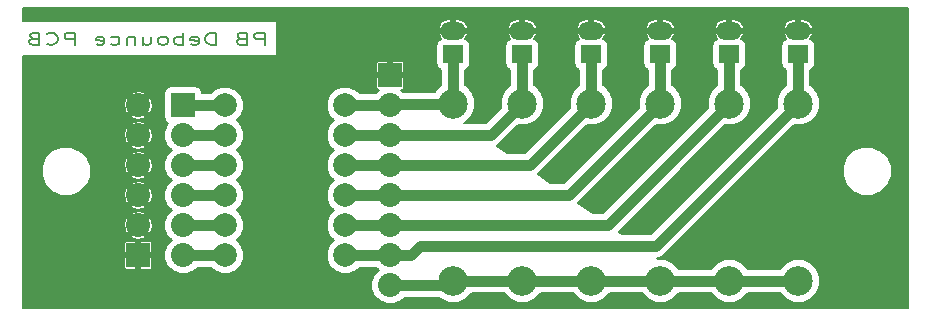
<source format=gbr>
G04 #@! TF.FileFunction,Copper,L2,Bot,Mixed*
%FSLAX46Y46*%
G04 Gerber Fmt 4.6, Leading zero omitted, Abs format (unit mm)*
G04 Created by KiCad (PCBNEW 0.201601262101+6516~42~ubuntu15.10.1-product) date Wed 27 Jan 2016 03:09:02 PM CET*
%MOMM*%
G01*
G04 APERTURE LIST*
%ADD10C,0.020000*%
%ADD11C,0.200000*%
%ADD12C,2.500000*%
%ADD13C,1.998980*%
%ADD14R,1.700000X1.490000*%
%ADD15O,2.200000X1.490000*%
%ADD16R,2.032000X2.032000*%
%ADD17C,2.032000*%
%ADD18C,0.900000*%
%ADD19C,0.150000*%
G04 APERTURE END LIST*
D10*
D11*
X97304571Y-110688381D02*
X97304571Y-109688381D01*
X96733143Y-109688381D01*
X96590285Y-109736000D01*
X96518857Y-109783619D01*
X96447428Y-109878857D01*
X96447428Y-110021714D01*
X96518857Y-110116952D01*
X96590285Y-110164571D01*
X96733143Y-110212190D01*
X97304571Y-110212190D01*
X95304571Y-110164571D02*
X95090285Y-110212190D01*
X95018857Y-110259810D01*
X94947428Y-110355048D01*
X94947428Y-110497905D01*
X95018857Y-110593143D01*
X95090285Y-110640762D01*
X95233143Y-110688381D01*
X95804571Y-110688381D01*
X95804571Y-109688381D01*
X95304571Y-109688381D01*
X95161714Y-109736000D01*
X95090285Y-109783619D01*
X95018857Y-109878857D01*
X95018857Y-109974095D01*
X95090285Y-110069333D01*
X95161714Y-110116952D01*
X95304571Y-110164571D01*
X95804571Y-110164571D01*
X93161714Y-110688381D02*
X93161714Y-109688381D01*
X92804571Y-109688381D01*
X92590286Y-109736000D01*
X92447428Y-109831238D01*
X92376000Y-109926476D01*
X92304571Y-110116952D01*
X92304571Y-110259810D01*
X92376000Y-110450286D01*
X92447428Y-110545524D01*
X92590286Y-110640762D01*
X92804571Y-110688381D01*
X93161714Y-110688381D01*
X91090286Y-110640762D02*
X91233143Y-110688381D01*
X91518857Y-110688381D01*
X91661714Y-110640762D01*
X91733143Y-110545524D01*
X91733143Y-110164571D01*
X91661714Y-110069333D01*
X91518857Y-110021714D01*
X91233143Y-110021714D01*
X91090286Y-110069333D01*
X91018857Y-110164571D01*
X91018857Y-110259810D01*
X91733143Y-110355048D01*
X90376000Y-110688381D02*
X90376000Y-109688381D01*
X90376000Y-110069333D02*
X90233143Y-110021714D01*
X89947429Y-110021714D01*
X89804572Y-110069333D01*
X89733143Y-110116952D01*
X89661714Y-110212190D01*
X89661714Y-110497905D01*
X89733143Y-110593143D01*
X89804572Y-110640762D01*
X89947429Y-110688381D01*
X90233143Y-110688381D01*
X90376000Y-110640762D01*
X88804571Y-110688381D02*
X88947429Y-110640762D01*
X89018857Y-110593143D01*
X89090286Y-110497905D01*
X89090286Y-110212190D01*
X89018857Y-110116952D01*
X88947429Y-110069333D01*
X88804571Y-110021714D01*
X88590286Y-110021714D01*
X88447429Y-110069333D01*
X88376000Y-110116952D01*
X88304571Y-110212190D01*
X88304571Y-110497905D01*
X88376000Y-110593143D01*
X88447429Y-110640762D01*
X88590286Y-110688381D01*
X88804571Y-110688381D01*
X87018857Y-110021714D02*
X87018857Y-110688381D01*
X87661714Y-110021714D02*
X87661714Y-110545524D01*
X87590286Y-110640762D01*
X87447428Y-110688381D01*
X87233143Y-110688381D01*
X87090286Y-110640762D01*
X87018857Y-110593143D01*
X86304571Y-110021714D02*
X86304571Y-110688381D01*
X86304571Y-110116952D02*
X86233143Y-110069333D01*
X86090285Y-110021714D01*
X85876000Y-110021714D01*
X85733143Y-110069333D01*
X85661714Y-110164571D01*
X85661714Y-110688381D01*
X84304571Y-110640762D02*
X84447428Y-110688381D01*
X84733142Y-110688381D01*
X84876000Y-110640762D01*
X84947428Y-110593143D01*
X85018857Y-110497905D01*
X85018857Y-110212190D01*
X84947428Y-110116952D01*
X84876000Y-110069333D01*
X84733142Y-110021714D01*
X84447428Y-110021714D01*
X84304571Y-110069333D01*
X83090286Y-110640762D02*
X83233143Y-110688381D01*
X83518857Y-110688381D01*
X83661714Y-110640762D01*
X83733143Y-110545524D01*
X83733143Y-110164571D01*
X83661714Y-110069333D01*
X83518857Y-110021714D01*
X83233143Y-110021714D01*
X83090286Y-110069333D01*
X83018857Y-110164571D01*
X83018857Y-110259810D01*
X83733143Y-110355048D01*
X81233143Y-110688381D02*
X81233143Y-109688381D01*
X80661715Y-109688381D01*
X80518857Y-109736000D01*
X80447429Y-109783619D01*
X80376000Y-109878857D01*
X80376000Y-110021714D01*
X80447429Y-110116952D01*
X80518857Y-110164571D01*
X80661715Y-110212190D01*
X81233143Y-110212190D01*
X78876000Y-110593143D02*
X78947429Y-110640762D01*
X79161715Y-110688381D01*
X79304572Y-110688381D01*
X79518857Y-110640762D01*
X79661715Y-110545524D01*
X79733143Y-110450286D01*
X79804572Y-110259810D01*
X79804572Y-110116952D01*
X79733143Y-109926476D01*
X79661715Y-109831238D01*
X79518857Y-109736000D01*
X79304572Y-109688381D01*
X79161715Y-109688381D01*
X78947429Y-109736000D01*
X78876000Y-109783619D01*
X77733143Y-110164571D02*
X77518857Y-110212190D01*
X77447429Y-110259810D01*
X77376000Y-110355048D01*
X77376000Y-110497905D01*
X77447429Y-110593143D01*
X77518857Y-110640762D01*
X77661715Y-110688381D01*
X78233143Y-110688381D01*
X78233143Y-109688381D01*
X77733143Y-109688381D01*
X77590286Y-109736000D01*
X77518857Y-109783619D01*
X77447429Y-109878857D01*
X77447429Y-109974095D01*
X77518857Y-110069333D01*
X77590286Y-110116952D01*
X77733143Y-110164571D01*
X78233143Y-110164571D01*
D12*
X142494000Y-130690000D03*
X142494000Y-115690000D03*
X113284000Y-130690000D03*
X113284000Y-115690000D03*
X119126000Y-130690000D03*
X119126000Y-115690000D03*
X124968000Y-130690000D03*
X124968000Y-115690000D03*
X130810000Y-130690000D03*
X130810000Y-115690000D03*
X136652000Y-130690000D03*
X136652000Y-115690000D03*
D13*
X104140000Y-115824000D03*
X93980000Y-115824000D03*
X104140000Y-128524000D03*
X93980000Y-128524000D03*
X104140000Y-118364000D03*
X93980000Y-118364000D03*
X104140000Y-120904000D03*
X93980000Y-120904000D03*
X104140000Y-123444000D03*
X93980000Y-123444000D03*
X104140000Y-125984000D03*
X93980000Y-125984000D03*
D14*
X142494000Y-111506000D03*
D15*
X142494000Y-109506000D03*
D14*
X119126000Y-111506000D03*
D15*
X119126000Y-109506000D03*
D14*
X124968000Y-111506000D03*
D15*
X124968000Y-109506000D03*
D14*
X130810000Y-111506000D03*
D15*
X130810000Y-109506000D03*
D14*
X136652000Y-111506000D03*
D15*
X136652000Y-109506000D03*
D14*
X113284000Y-111506000D03*
D15*
X113284000Y-109506000D03*
D16*
X90424000Y-115824000D03*
D17*
X90424000Y-118364000D03*
X90424000Y-120904000D03*
X90424000Y-123444000D03*
X90424000Y-125984000D03*
X90424000Y-128524000D03*
D16*
X86614000Y-128524000D03*
D17*
X86614000Y-125984000D03*
X86614000Y-123444000D03*
X86614000Y-120904000D03*
X86614000Y-118364000D03*
X86614000Y-115824000D03*
D16*
X107950000Y-113284000D03*
D17*
X107950000Y-115824000D03*
X107950000Y-118364000D03*
X107950000Y-120904000D03*
X107950000Y-123444000D03*
X107950000Y-125984000D03*
X107950000Y-128524000D03*
X107950000Y-131064000D03*
D18*
X124968000Y-130690000D02*
X130810000Y-130690000D01*
X119126000Y-130690000D02*
X124968000Y-130690000D01*
X119126000Y-130690000D02*
X113284000Y-130690000D01*
X136652000Y-130690000D02*
X130810000Y-130690000D01*
X142494000Y-130690000D02*
X136652000Y-130690000D01*
X107950000Y-131064000D02*
X112910000Y-131064000D01*
X112910000Y-131064000D02*
X113284000Y-130690000D01*
X107950000Y-118364000D02*
X104140000Y-118364000D01*
X119126000Y-111506000D02*
X119126000Y-115690000D01*
X107950000Y-118364000D02*
X116452000Y-118364000D01*
X116452000Y-118364000D02*
X119126000Y-115690000D01*
X104140000Y-120904000D02*
X107950000Y-120904000D01*
X124968000Y-111506000D02*
X124968000Y-115690000D01*
X107950000Y-120904000D02*
X119754000Y-120904000D01*
X119754000Y-120904000D02*
X124968000Y-115690000D01*
X107950000Y-128524000D02*
X109728000Y-128524000D01*
X130422000Y-127762000D02*
X142494000Y-115690000D01*
X110490000Y-127762000D02*
X130422000Y-127762000D01*
X109728000Y-128524000D02*
X110490000Y-127762000D01*
X104140000Y-128524000D02*
X107950000Y-128524000D01*
X142494000Y-111506000D02*
X142494000Y-115690000D01*
X113284000Y-111506000D02*
X113284000Y-115690000D01*
X107950000Y-115824000D02*
X104140000Y-115824000D01*
X113284000Y-115690000D02*
X108084000Y-115690000D01*
X108084000Y-115690000D02*
X107950000Y-115824000D01*
X104140000Y-123444000D02*
X107950000Y-123444000D01*
X130810000Y-111506000D02*
X130810000Y-115690000D01*
X104140000Y-123444000D02*
X104648000Y-123444000D01*
X107950000Y-123444000D02*
X123056000Y-123444000D01*
X123056000Y-123444000D02*
X130810000Y-115690000D01*
X104140000Y-125984000D02*
X107950000Y-125984000D01*
X136652000Y-111506000D02*
X136652000Y-115690000D01*
X107950000Y-125984000D02*
X126358000Y-125984000D01*
X126358000Y-125984000D02*
X136652000Y-115690000D01*
X90424000Y-115824000D02*
X93980000Y-115824000D01*
X93980000Y-118364000D02*
X90424000Y-118364000D01*
X93980000Y-118364000D02*
X93472000Y-118364000D01*
X90424000Y-120904000D02*
X93980000Y-120904000D01*
X93980000Y-123444000D02*
X90424000Y-123444000D01*
X93726000Y-123190000D02*
X93980000Y-123444000D01*
X90424000Y-125984000D02*
X93980000Y-125984000D01*
X93980000Y-128524000D02*
X90424000Y-128524000D01*
D19*
G36*
X151742000Y-132946000D02*
X76858000Y-132946000D01*
X76858000Y-128748750D01*
X85415000Y-128748750D01*
X85415000Y-129576401D01*
X85442860Y-129643661D01*
X85494339Y-129695140D01*
X85561599Y-129723000D01*
X86389250Y-129723000D01*
X86435000Y-129677250D01*
X86435000Y-128703000D01*
X86793000Y-128703000D01*
X86793000Y-129677250D01*
X86838750Y-129723000D01*
X87666401Y-129723000D01*
X87733661Y-129695140D01*
X87785140Y-129643661D01*
X87813000Y-129576401D01*
X87813000Y-128748750D01*
X87767250Y-128703000D01*
X86793000Y-128703000D01*
X86435000Y-128703000D01*
X85460750Y-128703000D01*
X85415000Y-128748750D01*
X76858000Y-128748750D01*
X76858000Y-127471599D01*
X85415000Y-127471599D01*
X85415000Y-128299250D01*
X85460750Y-128345000D01*
X86435000Y-128345000D01*
X86435000Y-127370750D01*
X86793000Y-127370750D01*
X86793000Y-128345000D01*
X87767250Y-128345000D01*
X87813000Y-128299250D01*
X87813000Y-127471599D01*
X87785140Y-127404339D01*
X87733661Y-127352860D01*
X87666401Y-127325000D01*
X86838750Y-127325000D01*
X86793000Y-127370750D01*
X86435000Y-127370750D01*
X86389250Y-127325000D01*
X85561599Y-127325000D01*
X85494339Y-127352860D01*
X85442860Y-127404339D01*
X85415000Y-127471599D01*
X76858000Y-127471599D01*
X76858000Y-126932970D01*
X85918174Y-126932970D01*
X86047997Y-127067570D01*
X86505745Y-127201688D01*
X86979975Y-127150424D01*
X87180003Y-127067570D01*
X87309826Y-126932970D01*
X86614000Y-126237144D01*
X85918174Y-126932970D01*
X76858000Y-126932970D01*
X76858000Y-125875745D01*
X85396312Y-125875745D01*
X85447576Y-126349975D01*
X85530430Y-126550003D01*
X85665030Y-126679826D01*
X86360856Y-125984000D01*
X86867144Y-125984000D01*
X87562970Y-126679826D01*
X87697570Y-126550003D01*
X87831688Y-126092255D01*
X87780424Y-125618025D01*
X87697570Y-125417997D01*
X87562970Y-125288174D01*
X86867144Y-125984000D01*
X86360856Y-125984000D01*
X85665030Y-125288174D01*
X85530430Y-125417997D01*
X85396312Y-125875745D01*
X76858000Y-125875745D01*
X76858000Y-125035030D01*
X85918174Y-125035030D01*
X86614000Y-125730856D01*
X87309826Y-125035030D01*
X87180003Y-124900430D01*
X86722255Y-124766312D01*
X86248025Y-124817576D01*
X86047997Y-124900430D01*
X85918174Y-125035030D01*
X76858000Y-125035030D01*
X76858000Y-124392970D01*
X85918174Y-124392970D01*
X86047997Y-124527570D01*
X86505745Y-124661688D01*
X86979975Y-124610424D01*
X87180003Y-124527570D01*
X87309826Y-124392970D01*
X86614000Y-123697144D01*
X85918174Y-124392970D01*
X76858000Y-124392970D01*
X76858000Y-121824516D01*
X78434640Y-121824516D01*
X78751089Y-122590383D01*
X79336535Y-123176851D01*
X80101848Y-123494637D01*
X80930516Y-123495360D01*
X81316814Y-123335745D01*
X85396312Y-123335745D01*
X85447576Y-123809975D01*
X85530430Y-124010003D01*
X85665030Y-124139826D01*
X86360856Y-123444000D01*
X86867144Y-123444000D01*
X87562970Y-124139826D01*
X87697570Y-124010003D01*
X87831688Y-123552255D01*
X87780424Y-123078025D01*
X87697570Y-122877997D01*
X87562970Y-122748174D01*
X86867144Y-123444000D01*
X86360856Y-123444000D01*
X85665030Y-122748174D01*
X85530430Y-122877997D01*
X85396312Y-123335745D01*
X81316814Y-123335745D01*
X81696383Y-123178911D01*
X82282851Y-122593465D01*
X82323724Y-122495030D01*
X85918174Y-122495030D01*
X86614000Y-123190856D01*
X87309826Y-122495030D01*
X87180003Y-122360430D01*
X86722255Y-122226312D01*
X86248025Y-122277576D01*
X86047997Y-122360430D01*
X85918174Y-122495030D01*
X82323724Y-122495030D01*
X82590331Y-121852970D01*
X85918174Y-121852970D01*
X86047997Y-121987570D01*
X86505745Y-122121688D01*
X86979975Y-122070424D01*
X87180003Y-121987570D01*
X87309826Y-121852970D01*
X86614000Y-121157144D01*
X85918174Y-121852970D01*
X82590331Y-121852970D01*
X82600637Y-121828152D01*
X82601360Y-120999484D01*
X82517177Y-120795745D01*
X85396312Y-120795745D01*
X85447576Y-121269975D01*
X85530430Y-121470003D01*
X85665030Y-121599826D01*
X86360856Y-120904000D01*
X86867144Y-120904000D01*
X87562970Y-121599826D01*
X87697570Y-121470003D01*
X87831688Y-121012255D01*
X87780424Y-120538025D01*
X87697570Y-120337997D01*
X87562970Y-120208174D01*
X86867144Y-120904000D01*
X86360856Y-120904000D01*
X85665030Y-120208174D01*
X85530430Y-120337997D01*
X85396312Y-120795745D01*
X82517177Y-120795745D01*
X82284911Y-120233617D01*
X82006810Y-119955030D01*
X85918174Y-119955030D01*
X86614000Y-120650856D01*
X87309826Y-119955030D01*
X87180003Y-119820430D01*
X86722255Y-119686312D01*
X86248025Y-119737576D01*
X86047997Y-119820430D01*
X85918174Y-119955030D01*
X82006810Y-119955030D01*
X81699465Y-119647149D01*
X80934152Y-119329363D01*
X80105484Y-119328640D01*
X79339617Y-119645089D01*
X78753149Y-120230535D01*
X78435363Y-120995848D01*
X78434640Y-121824516D01*
X76858000Y-121824516D01*
X76858000Y-119312970D01*
X85918174Y-119312970D01*
X86047997Y-119447570D01*
X86505745Y-119581688D01*
X86979975Y-119530424D01*
X87180003Y-119447570D01*
X87309826Y-119312970D01*
X86614000Y-118617144D01*
X85918174Y-119312970D01*
X76858000Y-119312970D01*
X76858000Y-118255745D01*
X85396312Y-118255745D01*
X85447576Y-118729975D01*
X85530430Y-118930003D01*
X85665030Y-119059826D01*
X86360856Y-118364000D01*
X86867144Y-118364000D01*
X87562970Y-119059826D01*
X87697570Y-118930003D01*
X87831688Y-118472255D01*
X87780424Y-117998025D01*
X87697570Y-117797997D01*
X87562970Y-117668174D01*
X86867144Y-118364000D01*
X86360856Y-118364000D01*
X85665030Y-117668174D01*
X85530430Y-117797997D01*
X85396312Y-118255745D01*
X76858000Y-118255745D01*
X76858000Y-117415030D01*
X85918174Y-117415030D01*
X86614000Y-118110856D01*
X87309826Y-117415030D01*
X87180003Y-117280430D01*
X86722255Y-117146312D01*
X86248025Y-117197576D01*
X86047997Y-117280430D01*
X85918174Y-117415030D01*
X76858000Y-117415030D01*
X76858000Y-116772970D01*
X85918174Y-116772970D01*
X86047997Y-116907570D01*
X86505745Y-117041688D01*
X86979975Y-116990424D01*
X87180003Y-116907570D01*
X87309826Y-116772970D01*
X86614000Y-116077144D01*
X85918174Y-116772970D01*
X76858000Y-116772970D01*
X76858000Y-115715745D01*
X85396312Y-115715745D01*
X85447576Y-116189975D01*
X85530430Y-116390003D01*
X85665030Y-116519826D01*
X86360856Y-115824000D01*
X86867144Y-115824000D01*
X87562970Y-116519826D01*
X87697570Y-116390003D01*
X87831688Y-115932255D01*
X87780424Y-115458025D01*
X87697570Y-115257997D01*
X87562970Y-115128174D01*
X86867144Y-115824000D01*
X86360856Y-115824000D01*
X85665030Y-115128174D01*
X85530430Y-115257997D01*
X85396312Y-115715745D01*
X76858000Y-115715745D01*
X76858000Y-114875030D01*
X85918174Y-114875030D01*
X86614000Y-115570856D01*
X87309826Y-114875030D01*
X87245175Y-114808000D01*
X88813579Y-114808000D01*
X88813579Y-116840000D01*
X88858827Y-117067475D01*
X88987681Y-117260319D01*
X89154588Y-117371842D01*
X89069224Y-117457057D01*
X88825278Y-118044544D01*
X88824723Y-118680665D01*
X89067644Y-119268577D01*
X89432672Y-119634243D01*
X89069224Y-119997057D01*
X88825278Y-120584544D01*
X88824723Y-121220665D01*
X89067644Y-121808577D01*
X89432672Y-122174243D01*
X89069224Y-122537057D01*
X88825278Y-123124544D01*
X88824723Y-123760665D01*
X89067644Y-124348577D01*
X89432672Y-124714243D01*
X89069224Y-125077057D01*
X88825278Y-125664544D01*
X88824723Y-126300665D01*
X89067644Y-126888577D01*
X89432672Y-127254243D01*
X89069224Y-127617057D01*
X88825278Y-128204544D01*
X88824723Y-128840665D01*
X89067644Y-129428577D01*
X89517057Y-129878776D01*
X90104544Y-130122722D01*
X90740665Y-130123277D01*
X91328577Y-129880356D01*
X91652499Y-129557000D01*
X92775170Y-129557000D01*
X93082421Y-129864788D01*
X93663842Y-130106215D01*
X94293396Y-130106764D01*
X94875238Y-129866352D01*
X95320788Y-129421579D01*
X95562215Y-128840158D01*
X95562764Y-128210604D01*
X95322352Y-127628762D01*
X94947980Y-127253736D01*
X95320788Y-126881579D01*
X95562215Y-126300158D01*
X95562764Y-125670604D01*
X95322352Y-125088762D01*
X94947980Y-124713736D01*
X95320788Y-124341579D01*
X95562215Y-123760158D01*
X95562764Y-123130604D01*
X95322352Y-122548762D01*
X94947980Y-122173736D01*
X95320788Y-121801579D01*
X95562215Y-121220158D01*
X95562764Y-120590604D01*
X95322352Y-120008762D01*
X94947980Y-119633736D01*
X95320788Y-119261579D01*
X95562215Y-118680158D01*
X95562764Y-118050604D01*
X95322352Y-117468762D01*
X94947980Y-117093736D01*
X95320788Y-116721579D01*
X95562215Y-116140158D01*
X95562217Y-116137396D01*
X102557236Y-116137396D01*
X102797648Y-116719238D01*
X103172020Y-117094264D01*
X102799212Y-117466421D01*
X102557785Y-118047842D01*
X102557236Y-118677396D01*
X102797648Y-119259238D01*
X103172020Y-119634264D01*
X102799212Y-120006421D01*
X102557785Y-120587842D01*
X102557236Y-121217396D01*
X102797648Y-121799238D01*
X103172020Y-122174264D01*
X102799212Y-122546421D01*
X102557785Y-123127842D01*
X102557236Y-123757396D01*
X102797648Y-124339238D01*
X103172020Y-124714264D01*
X102799212Y-125086421D01*
X102557785Y-125667842D01*
X102557236Y-126297396D01*
X102797648Y-126879238D01*
X103172020Y-127254264D01*
X102799212Y-127626421D01*
X102557785Y-128207842D01*
X102557236Y-128837396D01*
X102797648Y-129419238D01*
X103242421Y-129864788D01*
X103823842Y-130106215D01*
X104453396Y-130106764D01*
X105035238Y-129866352D01*
X105345130Y-129557000D01*
X106721843Y-129557000D01*
X106958672Y-129794243D01*
X106595224Y-130157057D01*
X106351278Y-130744544D01*
X106350723Y-131380665D01*
X106593644Y-131968577D01*
X107043057Y-132418776D01*
X107630544Y-132662722D01*
X108266665Y-132663277D01*
X108854577Y-132420356D01*
X109178499Y-132097000D01*
X112098552Y-132097000D01*
X112244333Y-132243036D01*
X112917794Y-132522682D01*
X113647007Y-132523318D01*
X114320955Y-132244848D01*
X114837036Y-131729667D01*
X114839804Y-131723000D01*
X117569518Y-131723000D01*
X117571152Y-131726955D01*
X118086333Y-132243036D01*
X118759794Y-132522682D01*
X119489007Y-132523318D01*
X120162955Y-132244848D01*
X120679036Y-131729667D01*
X120681804Y-131723000D01*
X123411518Y-131723000D01*
X123413152Y-131726955D01*
X123928333Y-132243036D01*
X124601794Y-132522682D01*
X125331007Y-132523318D01*
X126004955Y-132244848D01*
X126521036Y-131729667D01*
X126523804Y-131723000D01*
X129253518Y-131723000D01*
X129255152Y-131726955D01*
X129770333Y-132243036D01*
X130443794Y-132522682D01*
X131173007Y-132523318D01*
X131846955Y-132244848D01*
X132363036Y-131729667D01*
X132365804Y-131723000D01*
X135095518Y-131723000D01*
X135097152Y-131726955D01*
X135612333Y-132243036D01*
X136285794Y-132522682D01*
X137015007Y-132523318D01*
X137688955Y-132244848D01*
X138205036Y-131729667D01*
X138207804Y-131723000D01*
X140937518Y-131723000D01*
X140939152Y-131726955D01*
X141454333Y-132243036D01*
X142127794Y-132522682D01*
X142857007Y-132523318D01*
X143530955Y-132244848D01*
X144047036Y-131729667D01*
X144326682Y-131056206D01*
X144327318Y-130326993D01*
X144048848Y-129653045D01*
X143533667Y-129136964D01*
X142860206Y-128857318D01*
X142130993Y-128856682D01*
X141457045Y-129135152D01*
X140940964Y-129650333D01*
X140938196Y-129657000D01*
X138208482Y-129657000D01*
X138206848Y-129653045D01*
X137691667Y-129136964D01*
X137018206Y-128857318D01*
X136288993Y-128856682D01*
X135615045Y-129135152D01*
X135098964Y-129650333D01*
X135096196Y-129657000D01*
X132366482Y-129657000D01*
X132364848Y-129653045D01*
X131849667Y-129136964D01*
X131176206Y-128857318D01*
X130625487Y-128856838D01*
X130512200Y-128777058D01*
X130817312Y-128716368D01*
X131152441Y-128492441D01*
X137820366Y-121824516D01*
X146252640Y-121824516D01*
X146569089Y-122590383D01*
X147154535Y-123176851D01*
X147919848Y-123494637D01*
X148748516Y-123495360D01*
X149514383Y-123178911D01*
X150100851Y-122593465D01*
X150418637Y-121828152D01*
X150419360Y-120999484D01*
X150102911Y-120233617D01*
X149517465Y-119647149D01*
X148752152Y-119329363D01*
X147923484Y-119328640D01*
X147157617Y-119645089D01*
X146571149Y-120230535D01*
X146253363Y-120995848D01*
X146252640Y-121824516D01*
X137820366Y-121824516D01*
X142123841Y-117521041D01*
X142127794Y-117522682D01*
X142857007Y-117523318D01*
X143530955Y-117244848D01*
X144047036Y-116729667D01*
X144326682Y-116056206D01*
X144327318Y-115326993D01*
X144048848Y-114653045D01*
X143533667Y-114136964D01*
X143527000Y-114134196D01*
X143527000Y-112809020D01*
X143571475Y-112800173D01*
X143764319Y-112671319D01*
X143893173Y-112478475D01*
X143938421Y-112251000D01*
X143938421Y-110761000D01*
X143893173Y-110533525D01*
X143764319Y-110340681D01*
X143571475Y-110211827D01*
X143511985Y-110199994D01*
X143720361Y-109825241D01*
X143712900Y-109685000D01*
X142673000Y-109685000D01*
X142673000Y-109705000D01*
X142315000Y-109705000D01*
X142315000Y-109685000D01*
X141275100Y-109685000D01*
X141267639Y-109825241D01*
X141476015Y-110199994D01*
X141416525Y-110211827D01*
X141223681Y-110340681D01*
X141094827Y-110533525D01*
X141049579Y-110761000D01*
X141049579Y-112251000D01*
X141094827Y-112478475D01*
X141223681Y-112671319D01*
X141416525Y-112800173D01*
X141461000Y-112809020D01*
X141461000Y-114133518D01*
X141457045Y-114135152D01*
X140940964Y-114650333D01*
X140661318Y-115323794D01*
X140660682Y-116053007D01*
X140663439Y-116059679D01*
X129994118Y-126729000D01*
X127603957Y-126729000D01*
X127292921Y-126509961D01*
X136281842Y-117521041D01*
X136285794Y-117522682D01*
X137015007Y-117523318D01*
X137688955Y-117244848D01*
X138205036Y-116729667D01*
X138484682Y-116056206D01*
X138485318Y-115326993D01*
X138206848Y-114653045D01*
X137691667Y-114136964D01*
X137685000Y-114134196D01*
X137685000Y-112809020D01*
X137729475Y-112800173D01*
X137922319Y-112671319D01*
X138051173Y-112478475D01*
X138096421Y-112251000D01*
X138096421Y-110761000D01*
X138051173Y-110533525D01*
X137922319Y-110340681D01*
X137729475Y-110211827D01*
X137669985Y-110199994D01*
X137878361Y-109825241D01*
X137870900Y-109685000D01*
X136831000Y-109685000D01*
X136831000Y-109705000D01*
X136473000Y-109705000D01*
X136473000Y-109685000D01*
X135433100Y-109685000D01*
X135425639Y-109825241D01*
X135634015Y-110199994D01*
X135574525Y-110211827D01*
X135381681Y-110340681D01*
X135252827Y-110533525D01*
X135207579Y-110761000D01*
X135207579Y-112251000D01*
X135252827Y-112478475D01*
X135381681Y-112671319D01*
X135574525Y-112800173D01*
X135619000Y-112809020D01*
X135619000Y-114133518D01*
X135615045Y-114135152D01*
X135098964Y-114650333D01*
X134819318Y-115323794D01*
X134818682Y-116053007D01*
X134821439Y-116059678D01*
X125930118Y-124951000D01*
X125079197Y-124951000D01*
X123864971Y-124095911D01*
X130439841Y-117521041D01*
X130443794Y-117522682D01*
X131173007Y-117523318D01*
X131846955Y-117244848D01*
X132363036Y-116729667D01*
X132642682Y-116056206D01*
X132643318Y-115326993D01*
X132364848Y-114653045D01*
X131849667Y-114136964D01*
X131843000Y-114134196D01*
X131843000Y-112809020D01*
X131887475Y-112800173D01*
X132080319Y-112671319D01*
X132209173Y-112478475D01*
X132254421Y-112251000D01*
X132254421Y-110761000D01*
X132209173Y-110533525D01*
X132080319Y-110340681D01*
X131887475Y-110211827D01*
X131827985Y-110199994D01*
X132036361Y-109825241D01*
X132028900Y-109685000D01*
X130989000Y-109685000D01*
X130989000Y-109705000D01*
X130631000Y-109705000D01*
X130631000Y-109685000D01*
X129591100Y-109685000D01*
X129583639Y-109825241D01*
X129792015Y-110199994D01*
X129732525Y-110211827D01*
X129539681Y-110340681D01*
X129410827Y-110533525D01*
X129365579Y-110761000D01*
X129365579Y-112251000D01*
X129410827Y-112478475D01*
X129539681Y-112671319D01*
X129732525Y-112800173D01*
X129777000Y-112809020D01*
X129777000Y-114133518D01*
X129773045Y-114135152D01*
X129256964Y-114650333D01*
X128977318Y-115323794D01*
X128976682Y-116053007D01*
X128979439Y-116059679D01*
X122628118Y-122411000D01*
X121472397Y-122411000D01*
X120425555Y-121673787D01*
X120484441Y-121634441D01*
X124597842Y-117521041D01*
X124601794Y-117522682D01*
X125331007Y-117523318D01*
X126004955Y-117244848D01*
X126521036Y-116729667D01*
X126800682Y-116056206D01*
X126801318Y-115326993D01*
X126522848Y-114653045D01*
X126007667Y-114136964D01*
X126001000Y-114134196D01*
X126001000Y-112809020D01*
X126045475Y-112800173D01*
X126238319Y-112671319D01*
X126367173Y-112478475D01*
X126412421Y-112251000D01*
X126412421Y-110761000D01*
X126367173Y-110533525D01*
X126238319Y-110340681D01*
X126045475Y-110211827D01*
X125985985Y-110199994D01*
X126194361Y-109825241D01*
X126186900Y-109685000D01*
X125147000Y-109685000D01*
X125147000Y-109705000D01*
X124789000Y-109705000D01*
X124789000Y-109685000D01*
X123749100Y-109685000D01*
X123741639Y-109825241D01*
X123950015Y-110199994D01*
X123890525Y-110211827D01*
X123697681Y-110340681D01*
X123568827Y-110533525D01*
X123523579Y-110761000D01*
X123523579Y-112251000D01*
X123568827Y-112478475D01*
X123697681Y-112671319D01*
X123890525Y-112800173D01*
X123935000Y-112809020D01*
X123935000Y-114133518D01*
X123931045Y-114135152D01*
X123414964Y-114650333D01*
X123135318Y-115323794D01*
X123134682Y-116053007D01*
X123137439Y-116059679D01*
X119326118Y-119871000D01*
X117865597Y-119871000D01*
X116967153Y-119238293D01*
X117182441Y-119094441D01*
X118755841Y-117521041D01*
X118759794Y-117522682D01*
X119489007Y-117523318D01*
X120162955Y-117244848D01*
X120679036Y-116729667D01*
X120958682Y-116056206D01*
X120959318Y-115326993D01*
X120680848Y-114653045D01*
X120165667Y-114136964D01*
X120159000Y-114134196D01*
X120159000Y-112809020D01*
X120203475Y-112800173D01*
X120396319Y-112671319D01*
X120525173Y-112478475D01*
X120570421Y-112251000D01*
X120570421Y-110761000D01*
X120525173Y-110533525D01*
X120396319Y-110340681D01*
X120203475Y-110211827D01*
X120143985Y-110199994D01*
X120352361Y-109825241D01*
X120344900Y-109685000D01*
X119305000Y-109685000D01*
X119305000Y-109705000D01*
X118947000Y-109705000D01*
X118947000Y-109685000D01*
X117907100Y-109685000D01*
X117899639Y-109825241D01*
X118108015Y-110199994D01*
X118048525Y-110211827D01*
X117855681Y-110340681D01*
X117726827Y-110533525D01*
X117681579Y-110761000D01*
X117681579Y-112251000D01*
X117726827Y-112478475D01*
X117855681Y-112671319D01*
X118048525Y-112800173D01*
X118093000Y-112809020D01*
X118093000Y-114133518D01*
X118089045Y-114135152D01*
X117572964Y-114650333D01*
X117293318Y-115323794D01*
X117292682Y-116053007D01*
X117295439Y-116059679D01*
X116024118Y-117331000D01*
X114258797Y-117331000D01*
X114204682Y-117292891D01*
X114320955Y-117244848D01*
X114837036Y-116729667D01*
X115116682Y-116056206D01*
X115117318Y-115326993D01*
X114838848Y-114653045D01*
X114323667Y-114136964D01*
X114317000Y-114134196D01*
X114317000Y-112809020D01*
X114361475Y-112800173D01*
X114554319Y-112671319D01*
X114683173Y-112478475D01*
X114728421Y-112251000D01*
X114728421Y-110761000D01*
X114683173Y-110533525D01*
X114554319Y-110340681D01*
X114361475Y-110211827D01*
X114301985Y-110199994D01*
X114510361Y-109825241D01*
X114502900Y-109685000D01*
X113463000Y-109685000D01*
X113463000Y-109705000D01*
X113105000Y-109705000D01*
X113105000Y-109685000D01*
X112065100Y-109685000D01*
X112057639Y-109825241D01*
X112266015Y-110199994D01*
X112206525Y-110211827D01*
X112013681Y-110340681D01*
X111884827Y-110533525D01*
X111839579Y-110761000D01*
X111839579Y-112251000D01*
X111884827Y-112478475D01*
X112013681Y-112671319D01*
X112206525Y-112800173D01*
X112251000Y-112809020D01*
X112251000Y-114133518D01*
X112247045Y-114135152D01*
X111730964Y-114650333D01*
X111728196Y-114657000D01*
X109044391Y-114657000D01*
X108870695Y-114483000D01*
X109002401Y-114483000D01*
X109069661Y-114455140D01*
X109121140Y-114403661D01*
X109149000Y-114336401D01*
X109149000Y-113508750D01*
X109103250Y-113463000D01*
X108129000Y-113463000D01*
X108129000Y-113483000D01*
X107771000Y-113483000D01*
X107771000Y-113463000D01*
X106796750Y-113463000D01*
X106751000Y-113508750D01*
X106751000Y-114336401D01*
X106778860Y-114403661D01*
X106830339Y-114455140D01*
X106897599Y-114483000D01*
X107030040Y-114483000D01*
X106721501Y-114791000D01*
X105344830Y-114791000D01*
X105037579Y-114483212D01*
X104456158Y-114241785D01*
X103826604Y-114241236D01*
X103244762Y-114481648D01*
X102799212Y-114926421D01*
X102557785Y-115507842D01*
X102557236Y-116137396D01*
X95562217Y-116137396D01*
X95562764Y-115510604D01*
X95322352Y-114928762D01*
X94877579Y-114483212D01*
X94296158Y-114241785D01*
X93666604Y-114241236D01*
X93084762Y-114481648D01*
X92774870Y-114791000D01*
X92031039Y-114791000D01*
X91989173Y-114580525D01*
X91860319Y-114387681D01*
X91667475Y-114258827D01*
X91440000Y-114213579D01*
X89408000Y-114213579D01*
X89180525Y-114258827D01*
X88987681Y-114387681D01*
X88858827Y-114580525D01*
X88813579Y-114808000D01*
X87245175Y-114808000D01*
X87180003Y-114740430D01*
X86722255Y-114606312D01*
X86248025Y-114657576D01*
X86047997Y-114740430D01*
X85918174Y-114875030D01*
X76858000Y-114875030D01*
X76858000Y-112231599D01*
X106751000Y-112231599D01*
X106751000Y-113059250D01*
X106796750Y-113105000D01*
X107771000Y-113105000D01*
X107771000Y-112130750D01*
X108129000Y-112130750D01*
X108129000Y-113105000D01*
X109103250Y-113105000D01*
X109149000Y-113059250D01*
X109149000Y-112231599D01*
X109121140Y-112164339D01*
X109069661Y-112112860D01*
X109002401Y-112085000D01*
X108174750Y-112085000D01*
X108129000Y-112130750D01*
X107771000Y-112130750D01*
X107725250Y-112085000D01*
X106897599Y-112085000D01*
X106830339Y-112112860D01*
X106778860Y-112164339D01*
X106751000Y-112231599D01*
X76858000Y-112231599D01*
X76858000Y-111619000D01*
X98344714Y-111619000D01*
X98344714Y-109186759D01*
X112057639Y-109186759D01*
X112065100Y-109327000D01*
X113105000Y-109327000D01*
X113105000Y-108606949D01*
X113463000Y-108606949D01*
X113463000Y-109327000D01*
X114502900Y-109327000D01*
X114510361Y-109186759D01*
X117899639Y-109186759D01*
X117907100Y-109327000D01*
X118947000Y-109327000D01*
X118947000Y-108606949D01*
X119305000Y-108606949D01*
X119305000Y-109327000D01*
X120344900Y-109327000D01*
X120352361Y-109186759D01*
X123741639Y-109186759D01*
X123749100Y-109327000D01*
X124789000Y-109327000D01*
X124789000Y-108606949D01*
X125147000Y-108606949D01*
X125147000Y-109327000D01*
X126186900Y-109327000D01*
X126194361Y-109186759D01*
X129583639Y-109186759D01*
X129591100Y-109327000D01*
X130631000Y-109327000D01*
X130631000Y-108606949D01*
X130989000Y-108606949D01*
X130989000Y-109327000D01*
X132028900Y-109327000D01*
X132036361Y-109186759D01*
X135425639Y-109186759D01*
X135433100Y-109327000D01*
X136473000Y-109327000D01*
X136473000Y-108606949D01*
X136831000Y-108606949D01*
X136831000Y-109327000D01*
X137870900Y-109327000D01*
X137878361Y-109186759D01*
X141267639Y-109186759D01*
X141275100Y-109327000D01*
X142315000Y-109327000D01*
X142315000Y-108606949D01*
X142673000Y-108606949D01*
X142673000Y-109327000D01*
X143712900Y-109327000D01*
X143720361Y-109186759D01*
X143509909Y-108808273D01*
X143192592Y-108608465D01*
X142822966Y-108545299D01*
X142673000Y-108606949D01*
X142315000Y-108606949D01*
X142165034Y-108545299D01*
X141795408Y-108608465D01*
X141478091Y-108808273D01*
X141267639Y-109186759D01*
X137878361Y-109186759D01*
X137667909Y-108808273D01*
X137350592Y-108608465D01*
X136980966Y-108545299D01*
X136831000Y-108606949D01*
X136473000Y-108606949D01*
X136323034Y-108545299D01*
X135953408Y-108608465D01*
X135636091Y-108808273D01*
X135425639Y-109186759D01*
X132036361Y-109186759D01*
X131825909Y-108808273D01*
X131508592Y-108608465D01*
X131138966Y-108545299D01*
X130989000Y-108606949D01*
X130631000Y-108606949D01*
X130481034Y-108545299D01*
X130111408Y-108608465D01*
X129794091Y-108808273D01*
X129583639Y-109186759D01*
X126194361Y-109186759D01*
X125983909Y-108808273D01*
X125666592Y-108608465D01*
X125296966Y-108545299D01*
X125147000Y-108606949D01*
X124789000Y-108606949D01*
X124639034Y-108545299D01*
X124269408Y-108608465D01*
X123952091Y-108808273D01*
X123741639Y-109186759D01*
X120352361Y-109186759D01*
X120141909Y-108808273D01*
X119824592Y-108608465D01*
X119454966Y-108545299D01*
X119305000Y-108606949D01*
X118947000Y-108606949D01*
X118797034Y-108545299D01*
X118427408Y-108608465D01*
X118110091Y-108808273D01*
X117899639Y-109186759D01*
X114510361Y-109186759D01*
X114299909Y-108808273D01*
X113982592Y-108608465D01*
X113612966Y-108545299D01*
X113463000Y-108606949D01*
X113105000Y-108606949D01*
X112955034Y-108545299D01*
X112585408Y-108608465D01*
X112268091Y-108808273D01*
X112057639Y-109186759D01*
X98344714Y-109186759D01*
X98344714Y-108653000D01*
X76858000Y-108653000D01*
X76858000Y-107592000D01*
X151742000Y-107592000D01*
X151742000Y-132946000D01*
X151742000Y-132946000D01*
G37*
X151742000Y-132946000D02*
X76858000Y-132946000D01*
X76858000Y-128748750D01*
X85415000Y-128748750D01*
X85415000Y-129576401D01*
X85442860Y-129643661D01*
X85494339Y-129695140D01*
X85561599Y-129723000D01*
X86389250Y-129723000D01*
X86435000Y-129677250D01*
X86435000Y-128703000D01*
X86793000Y-128703000D01*
X86793000Y-129677250D01*
X86838750Y-129723000D01*
X87666401Y-129723000D01*
X87733661Y-129695140D01*
X87785140Y-129643661D01*
X87813000Y-129576401D01*
X87813000Y-128748750D01*
X87767250Y-128703000D01*
X86793000Y-128703000D01*
X86435000Y-128703000D01*
X85460750Y-128703000D01*
X85415000Y-128748750D01*
X76858000Y-128748750D01*
X76858000Y-127471599D01*
X85415000Y-127471599D01*
X85415000Y-128299250D01*
X85460750Y-128345000D01*
X86435000Y-128345000D01*
X86435000Y-127370750D01*
X86793000Y-127370750D01*
X86793000Y-128345000D01*
X87767250Y-128345000D01*
X87813000Y-128299250D01*
X87813000Y-127471599D01*
X87785140Y-127404339D01*
X87733661Y-127352860D01*
X87666401Y-127325000D01*
X86838750Y-127325000D01*
X86793000Y-127370750D01*
X86435000Y-127370750D01*
X86389250Y-127325000D01*
X85561599Y-127325000D01*
X85494339Y-127352860D01*
X85442860Y-127404339D01*
X85415000Y-127471599D01*
X76858000Y-127471599D01*
X76858000Y-126932970D01*
X85918174Y-126932970D01*
X86047997Y-127067570D01*
X86505745Y-127201688D01*
X86979975Y-127150424D01*
X87180003Y-127067570D01*
X87309826Y-126932970D01*
X86614000Y-126237144D01*
X85918174Y-126932970D01*
X76858000Y-126932970D01*
X76858000Y-125875745D01*
X85396312Y-125875745D01*
X85447576Y-126349975D01*
X85530430Y-126550003D01*
X85665030Y-126679826D01*
X86360856Y-125984000D01*
X86867144Y-125984000D01*
X87562970Y-126679826D01*
X87697570Y-126550003D01*
X87831688Y-126092255D01*
X87780424Y-125618025D01*
X87697570Y-125417997D01*
X87562970Y-125288174D01*
X86867144Y-125984000D01*
X86360856Y-125984000D01*
X85665030Y-125288174D01*
X85530430Y-125417997D01*
X85396312Y-125875745D01*
X76858000Y-125875745D01*
X76858000Y-125035030D01*
X85918174Y-125035030D01*
X86614000Y-125730856D01*
X87309826Y-125035030D01*
X87180003Y-124900430D01*
X86722255Y-124766312D01*
X86248025Y-124817576D01*
X86047997Y-124900430D01*
X85918174Y-125035030D01*
X76858000Y-125035030D01*
X76858000Y-124392970D01*
X85918174Y-124392970D01*
X86047997Y-124527570D01*
X86505745Y-124661688D01*
X86979975Y-124610424D01*
X87180003Y-124527570D01*
X87309826Y-124392970D01*
X86614000Y-123697144D01*
X85918174Y-124392970D01*
X76858000Y-124392970D01*
X76858000Y-121824516D01*
X78434640Y-121824516D01*
X78751089Y-122590383D01*
X79336535Y-123176851D01*
X80101848Y-123494637D01*
X80930516Y-123495360D01*
X81316814Y-123335745D01*
X85396312Y-123335745D01*
X85447576Y-123809975D01*
X85530430Y-124010003D01*
X85665030Y-124139826D01*
X86360856Y-123444000D01*
X86867144Y-123444000D01*
X87562970Y-124139826D01*
X87697570Y-124010003D01*
X87831688Y-123552255D01*
X87780424Y-123078025D01*
X87697570Y-122877997D01*
X87562970Y-122748174D01*
X86867144Y-123444000D01*
X86360856Y-123444000D01*
X85665030Y-122748174D01*
X85530430Y-122877997D01*
X85396312Y-123335745D01*
X81316814Y-123335745D01*
X81696383Y-123178911D01*
X82282851Y-122593465D01*
X82323724Y-122495030D01*
X85918174Y-122495030D01*
X86614000Y-123190856D01*
X87309826Y-122495030D01*
X87180003Y-122360430D01*
X86722255Y-122226312D01*
X86248025Y-122277576D01*
X86047997Y-122360430D01*
X85918174Y-122495030D01*
X82323724Y-122495030D01*
X82590331Y-121852970D01*
X85918174Y-121852970D01*
X86047997Y-121987570D01*
X86505745Y-122121688D01*
X86979975Y-122070424D01*
X87180003Y-121987570D01*
X87309826Y-121852970D01*
X86614000Y-121157144D01*
X85918174Y-121852970D01*
X82590331Y-121852970D01*
X82600637Y-121828152D01*
X82601360Y-120999484D01*
X82517177Y-120795745D01*
X85396312Y-120795745D01*
X85447576Y-121269975D01*
X85530430Y-121470003D01*
X85665030Y-121599826D01*
X86360856Y-120904000D01*
X86867144Y-120904000D01*
X87562970Y-121599826D01*
X87697570Y-121470003D01*
X87831688Y-121012255D01*
X87780424Y-120538025D01*
X87697570Y-120337997D01*
X87562970Y-120208174D01*
X86867144Y-120904000D01*
X86360856Y-120904000D01*
X85665030Y-120208174D01*
X85530430Y-120337997D01*
X85396312Y-120795745D01*
X82517177Y-120795745D01*
X82284911Y-120233617D01*
X82006810Y-119955030D01*
X85918174Y-119955030D01*
X86614000Y-120650856D01*
X87309826Y-119955030D01*
X87180003Y-119820430D01*
X86722255Y-119686312D01*
X86248025Y-119737576D01*
X86047997Y-119820430D01*
X85918174Y-119955030D01*
X82006810Y-119955030D01*
X81699465Y-119647149D01*
X80934152Y-119329363D01*
X80105484Y-119328640D01*
X79339617Y-119645089D01*
X78753149Y-120230535D01*
X78435363Y-120995848D01*
X78434640Y-121824516D01*
X76858000Y-121824516D01*
X76858000Y-119312970D01*
X85918174Y-119312970D01*
X86047997Y-119447570D01*
X86505745Y-119581688D01*
X86979975Y-119530424D01*
X87180003Y-119447570D01*
X87309826Y-119312970D01*
X86614000Y-118617144D01*
X85918174Y-119312970D01*
X76858000Y-119312970D01*
X76858000Y-118255745D01*
X85396312Y-118255745D01*
X85447576Y-118729975D01*
X85530430Y-118930003D01*
X85665030Y-119059826D01*
X86360856Y-118364000D01*
X86867144Y-118364000D01*
X87562970Y-119059826D01*
X87697570Y-118930003D01*
X87831688Y-118472255D01*
X87780424Y-117998025D01*
X87697570Y-117797997D01*
X87562970Y-117668174D01*
X86867144Y-118364000D01*
X86360856Y-118364000D01*
X85665030Y-117668174D01*
X85530430Y-117797997D01*
X85396312Y-118255745D01*
X76858000Y-118255745D01*
X76858000Y-117415030D01*
X85918174Y-117415030D01*
X86614000Y-118110856D01*
X87309826Y-117415030D01*
X87180003Y-117280430D01*
X86722255Y-117146312D01*
X86248025Y-117197576D01*
X86047997Y-117280430D01*
X85918174Y-117415030D01*
X76858000Y-117415030D01*
X76858000Y-116772970D01*
X85918174Y-116772970D01*
X86047997Y-116907570D01*
X86505745Y-117041688D01*
X86979975Y-116990424D01*
X87180003Y-116907570D01*
X87309826Y-116772970D01*
X86614000Y-116077144D01*
X85918174Y-116772970D01*
X76858000Y-116772970D01*
X76858000Y-115715745D01*
X85396312Y-115715745D01*
X85447576Y-116189975D01*
X85530430Y-116390003D01*
X85665030Y-116519826D01*
X86360856Y-115824000D01*
X86867144Y-115824000D01*
X87562970Y-116519826D01*
X87697570Y-116390003D01*
X87831688Y-115932255D01*
X87780424Y-115458025D01*
X87697570Y-115257997D01*
X87562970Y-115128174D01*
X86867144Y-115824000D01*
X86360856Y-115824000D01*
X85665030Y-115128174D01*
X85530430Y-115257997D01*
X85396312Y-115715745D01*
X76858000Y-115715745D01*
X76858000Y-114875030D01*
X85918174Y-114875030D01*
X86614000Y-115570856D01*
X87309826Y-114875030D01*
X87245175Y-114808000D01*
X88813579Y-114808000D01*
X88813579Y-116840000D01*
X88858827Y-117067475D01*
X88987681Y-117260319D01*
X89154588Y-117371842D01*
X89069224Y-117457057D01*
X88825278Y-118044544D01*
X88824723Y-118680665D01*
X89067644Y-119268577D01*
X89432672Y-119634243D01*
X89069224Y-119997057D01*
X88825278Y-120584544D01*
X88824723Y-121220665D01*
X89067644Y-121808577D01*
X89432672Y-122174243D01*
X89069224Y-122537057D01*
X88825278Y-123124544D01*
X88824723Y-123760665D01*
X89067644Y-124348577D01*
X89432672Y-124714243D01*
X89069224Y-125077057D01*
X88825278Y-125664544D01*
X88824723Y-126300665D01*
X89067644Y-126888577D01*
X89432672Y-127254243D01*
X89069224Y-127617057D01*
X88825278Y-128204544D01*
X88824723Y-128840665D01*
X89067644Y-129428577D01*
X89517057Y-129878776D01*
X90104544Y-130122722D01*
X90740665Y-130123277D01*
X91328577Y-129880356D01*
X91652499Y-129557000D01*
X92775170Y-129557000D01*
X93082421Y-129864788D01*
X93663842Y-130106215D01*
X94293396Y-130106764D01*
X94875238Y-129866352D01*
X95320788Y-129421579D01*
X95562215Y-128840158D01*
X95562764Y-128210604D01*
X95322352Y-127628762D01*
X94947980Y-127253736D01*
X95320788Y-126881579D01*
X95562215Y-126300158D01*
X95562764Y-125670604D01*
X95322352Y-125088762D01*
X94947980Y-124713736D01*
X95320788Y-124341579D01*
X95562215Y-123760158D01*
X95562764Y-123130604D01*
X95322352Y-122548762D01*
X94947980Y-122173736D01*
X95320788Y-121801579D01*
X95562215Y-121220158D01*
X95562764Y-120590604D01*
X95322352Y-120008762D01*
X94947980Y-119633736D01*
X95320788Y-119261579D01*
X95562215Y-118680158D01*
X95562764Y-118050604D01*
X95322352Y-117468762D01*
X94947980Y-117093736D01*
X95320788Y-116721579D01*
X95562215Y-116140158D01*
X95562217Y-116137396D01*
X102557236Y-116137396D01*
X102797648Y-116719238D01*
X103172020Y-117094264D01*
X102799212Y-117466421D01*
X102557785Y-118047842D01*
X102557236Y-118677396D01*
X102797648Y-119259238D01*
X103172020Y-119634264D01*
X102799212Y-120006421D01*
X102557785Y-120587842D01*
X102557236Y-121217396D01*
X102797648Y-121799238D01*
X103172020Y-122174264D01*
X102799212Y-122546421D01*
X102557785Y-123127842D01*
X102557236Y-123757396D01*
X102797648Y-124339238D01*
X103172020Y-124714264D01*
X102799212Y-125086421D01*
X102557785Y-125667842D01*
X102557236Y-126297396D01*
X102797648Y-126879238D01*
X103172020Y-127254264D01*
X102799212Y-127626421D01*
X102557785Y-128207842D01*
X102557236Y-128837396D01*
X102797648Y-129419238D01*
X103242421Y-129864788D01*
X103823842Y-130106215D01*
X104453396Y-130106764D01*
X105035238Y-129866352D01*
X105345130Y-129557000D01*
X106721843Y-129557000D01*
X106958672Y-129794243D01*
X106595224Y-130157057D01*
X106351278Y-130744544D01*
X106350723Y-131380665D01*
X106593644Y-131968577D01*
X107043057Y-132418776D01*
X107630544Y-132662722D01*
X108266665Y-132663277D01*
X108854577Y-132420356D01*
X109178499Y-132097000D01*
X112098552Y-132097000D01*
X112244333Y-132243036D01*
X112917794Y-132522682D01*
X113647007Y-132523318D01*
X114320955Y-132244848D01*
X114837036Y-131729667D01*
X114839804Y-131723000D01*
X117569518Y-131723000D01*
X117571152Y-131726955D01*
X118086333Y-132243036D01*
X118759794Y-132522682D01*
X119489007Y-132523318D01*
X120162955Y-132244848D01*
X120679036Y-131729667D01*
X120681804Y-131723000D01*
X123411518Y-131723000D01*
X123413152Y-131726955D01*
X123928333Y-132243036D01*
X124601794Y-132522682D01*
X125331007Y-132523318D01*
X126004955Y-132244848D01*
X126521036Y-131729667D01*
X126523804Y-131723000D01*
X129253518Y-131723000D01*
X129255152Y-131726955D01*
X129770333Y-132243036D01*
X130443794Y-132522682D01*
X131173007Y-132523318D01*
X131846955Y-132244848D01*
X132363036Y-131729667D01*
X132365804Y-131723000D01*
X135095518Y-131723000D01*
X135097152Y-131726955D01*
X135612333Y-132243036D01*
X136285794Y-132522682D01*
X137015007Y-132523318D01*
X137688955Y-132244848D01*
X138205036Y-131729667D01*
X138207804Y-131723000D01*
X140937518Y-131723000D01*
X140939152Y-131726955D01*
X141454333Y-132243036D01*
X142127794Y-132522682D01*
X142857007Y-132523318D01*
X143530955Y-132244848D01*
X144047036Y-131729667D01*
X144326682Y-131056206D01*
X144327318Y-130326993D01*
X144048848Y-129653045D01*
X143533667Y-129136964D01*
X142860206Y-128857318D01*
X142130993Y-128856682D01*
X141457045Y-129135152D01*
X140940964Y-129650333D01*
X140938196Y-129657000D01*
X138208482Y-129657000D01*
X138206848Y-129653045D01*
X137691667Y-129136964D01*
X137018206Y-128857318D01*
X136288993Y-128856682D01*
X135615045Y-129135152D01*
X135098964Y-129650333D01*
X135096196Y-129657000D01*
X132366482Y-129657000D01*
X132364848Y-129653045D01*
X131849667Y-129136964D01*
X131176206Y-128857318D01*
X130625487Y-128856838D01*
X130512200Y-128777058D01*
X130817312Y-128716368D01*
X131152441Y-128492441D01*
X137820366Y-121824516D01*
X146252640Y-121824516D01*
X146569089Y-122590383D01*
X147154535Y-123176851D01*
X147919848Y-123494637D01*
X148748516Y-123495360D01*
X149514383Y-123178911D01*
X150100851Y-122593465D01*
X150418637Y-121828152D01*
X150419360Y-120999484D01*
X150102911Y-120233617D01*
X149517465Y-119647149D01*
X148752152Y-119329363D01*
X147923484Y-119328640D01*
X147157617Y-119645089D01*
X146571149Y-120230535D01*
X146253363Y-120995848D01*
X146252640Y-121824516D01*
X137820366Y-121824516D01*
X142123841Y-117521041D01*
X142127794Y-117522682D01*
X142857007Y-117523318D01*
X143530955Y-117244848D01*
X144047036Y-116729667D01*
X144326682Y-116056206D01*
X144327318Y-115326993D01*
X144048848Y-114653045D01*
X143533667Y-114136964D01*
X143527000Y-114134196D01*
X143527000Y-112809020D01*
X143571475Y-112800173D01*
X143764319Y-112671319D01*
X143893173Y-112478475D01*
X143938421Y-112251000D01*
X143938421Y-110761000D01*
X143893173Y-110533525D01*
X143764319Y-110340681D01*
X143571475Y-110211827D01*
X143511985Y-110199994D01*
X143720361Y-109825241D01*
X143712900Y-109685000D01*
X142673000Y-109685000D01*
X142673000Y-109705000D01*
X142315000Y-109705000D01*
X142315000Y-109685000D01*
X141275100Y-109685000D01*
X141267639Y-109825241D01*
X141476015Y-110199994D01*
X141416525Y-110211827D01*
X141223681Y-110340681D01*
X141094827Y-110533525D01*
X141049579Y-110761000D01*
X141049579Y-112251000D01*
X141094827Y-112478475D01*
X141223681Y-112671319D01*
X141416525Y-112800173D01*
X141461000Y-112809020D01*
X141461000Y-114133518D01*
X141457045Y-114135152D01*
X140940964Y-114650333D01*
X140661318Y-115323794D01*
X140660682Y-116053007D01*
X140663439Y-116059679D01*
X129994118Y-126729000D01*
X127603957Y-126729000D01*
X127292921Y-126509961D01*
X136281842Y-117521041D01*
X136285794Y-117522682D01*
X137015007Y-117523318D01*
X137688955Y-117244848D01*
X138205036Y-116729667D01*
X138484682Y-116056206D01*
X138485318Y-115326993D01*
X138206848Y-114653045D01*
X137691667Y-114136964D01*
X137685000Y-114134196D01*
X137685000Y-112809020D01*
X137729475Y-112800173D01*
X137922319Y-112671319D01*
X138051173Y-112478475D01*
X138096421Y-112251000D01*
X138096421Y-110761000D01*
X138051173Y-110533525D01*
X137922319Y-110340681D01*
X137729475Y-110211827D01*
X137669985Y-110199994D01*
X137878361Y-109825241D01*
X137870900Y-109685000D01*
X136831000Y-109685000D01*
X136831000Y-109705000D01*
X136473000Y-109705000D01*
X136473000Y-109685000D01*
X135433100Y-109685000D01*
X135425639Y-109825241D01*
X135634015Y-110199994D01*
X135574525Y-110211827D01*
X135381681Y-110340681D01*
X135252827Y-110533525D01*
X135207579Y-110761000D01*
X135207579Y-112251000D01*
X135252827Y-112478475D01*
X135381681Y-112671319D01*
X135574525Y-112800173D01*
X135619000Y-112809020D01*
X135619000Y-114133518D01*
X135615045Y-114135152D01*
X135098964Y-114650333D01*
X134819318Y-115323794D01*
X134818682Y-116053007D01*
X134821439Y-116059678D01*
X125930118Y-124951000D01*
X125079197Y-124951000D01*
X123864971Y-124095911D01*
X130439841Y-117521041D01*
X130443794Y-117522682D01*
X131173007Y-117523318D01*
X131846955Y-117244848D01*
X132363036Y-116729667D01*
X132642682Y-116056206D01*
X132643318Y-115326993D01*
X132364848Y-114653045D01*
X131849667Y-114136964D01*
X131843000Y-114134196D01*
X131843000Y-112809020D01*
X131887475Y-112800173D01*
X132080319Y-112671319D01*
X132209173Y-112478475D01*
X132254421Y-112251000D01*
X132254421Y-110761000D01*
X132209173Y-110533525D01*
X132080319Y-110340681D01*
X131887475Y-110211827D01*
X131827985Y-110199994D01*
X132036361Y-109825241D01*
X132028900Y-109685000D01*
X130989000Y-109685000D01*
X130989000Y-109705000D01*
X130631000Y-109705000D01*
X130631000Y-109685000D01*
X129591100Y-109685000D01*
X129583639Y-109825241D01*
X129792015Y-110199994D01*
X129732525Y-110211827D01*
X129539681Y-110340681D01*
X129410827Y-110533525D01*
X129365579Y-110761000D01*
X129365579Y-112251000D01*
X129410827Y-112478475D01*
X129539681Y-112671319D01*
X129732525Y-112800173D01*
X129777000Y-112809020D01*
X129777000Y-114133518D01*
X129773045Y-114135152D01*
X129256964Y-114650333D01*
X128977318Y-115323794D01*
X128976682Y-116053007D01*
X128979439Y-116059679D01*
X122628118Y-122411000D01*
X121472397Y-122411000D01*
X120425555Y-121673787D01*
X120484441Y-121634441D01*
X124597842Y-117521041D01*
X124601794Y-117522682D01*
X125331007Y-117523318D01*
X126004955Y-117244848D01*
X126521036Y-116729667D01*
X126800682Y-116056206D01*
X126801318Y-115326993D01*
X126522848Y-114653045D01*
X126007667Y-114136964D01*
X126001000Y-114134196D01*
X126001000Y-112809020D01*
X126045475Y-112800173D01*
X126238319Y-112671319D01*
X126367173Y-112478475D01*
X126412421Y-112251000D01*
X126412421Y-110761000D01*
X126367173Y-110533525D01*
X126238319Y-110340681D01*
X126045475Y-110211827D01*
X125985985Y-110199994D01*
X126194361Y-109825241D01*
X126186900Y-109685000D01*
X125147000Y-109685000D01*
X125147000Y-109705000D01*
X124789000Y-109705000D01*
X124789000Y-109685000D01*
X123749100Y-109685000D01*
X123741639Y-109825241D01*
X123950015Y-110199994D01*
X123890525Y-110211827D01*
X123697681Y-110340681D01*
X123568827Y-110533525D01*
X123523579Y-110761000D01*
X123523579Y-112251000D01*
X123568827Y-112478475D01*
X123697681Y-112671319D01*
X123890525Y-112800173D01*
X123935000Y-112809020D01*
X123935000Y-114133518D01*
X123931045Y-114135152D01*
X123414964Y-114650333D01*
X123135318Y-115323794D01*
X123134682Y-116053007D01*
X123137439Y-116059679D01*
X119326118Y-119871000D01*
X117865597Y-119871000D01*
X116967153Y-119238293D01*
X117182441Y-119094441D01*
X118755841Y-117521041D01*
X118759794Y-117522682D01*
X119489007Y-117523318D01*
X120162955Y-117244848D01*
X120679036Y-116729667D01*
X120958682Y-116056206D01*
X120959318Y-115326993D01*
X120680848Y-114653045D01*
X120165667Y-114136964D01*
X120159000Y-114134196D01*
X120159000Y-112809020D01*
X120203475Y-112800173D01*
X120396319Y-112671319D01*
X120525173Y-112478475D01*
X120570421Y-112251000D01*
X120570421Y-110761000D01*
X120525173Y-110533525D01*
X120396319Y-110340681D01*
X120203475Y-110211827D01*
X120143985Y-110199994D01*
X120352361Y-109825241D01*
X120344900Y-109685000D01*
X119305000Y-109685000D01*
X119305000Y-109705000D01*
X118947000Y-109705000D01*
X118947000Y-109685000D01*
X117907100Y-109685000D01*
X117899639Y-109825241D01*
X118108015Y-110199994D01*
X118048525Y-110211827D01*
X117855681Y-110340681D01*
X117726827Y-110533525D01*
X117681579Y-110761000D01*
X117681579Y-112251000D01*
X117726827Y-112478475D01*
X117855681Y-112671319D01*
X118048525Y-112800173D01*
X118093000Y-112809020D01*
X118093000Y-114133518D01*
X118089045Y-114135152D01*
X117572964Y-114650333D01*
X117293318Y-115323794D01*
X117292682Y-116053007D01*
X117295439Y-116059679D01*
X116024118Y-117331000D01*
X114258797Y-117331000D01*
X114204682Y-117292891D01*
X114320955Y-117244848D01*
X114837036Y-116729667D01*
X115116682Y-116056206D01*
X115117318Y-115326993D01*
X114838848Y-114653045D01*
X114323667Y-114136964D01*
X114317000Y-114134196D01*
X114317000Y-112809020D01*
X114361475Y-112800173D01*
X114554319Y-112671319D01*
X114683173Y-112478475D01*
X114728421Y-112251000D01*
X114728421Y-110761000D01*
X114683173Y-110533525D01*
X114554319Y-110340681D01*
X114361475Y-110211827D01*
X114301985Y-110199994D01*
X114510361Y-109825241D01*
X114502900Y-109685000D01*
X113463000Y-109685000D01*
X113463000Y-109705000D01*
X113105000Y-109705000D01*
X113105000Y-109685000D01*
X112065100Y-109685000D01*
X112057639Y-109825241D01*
X112266015Y-110199994D01*
X112206525Y-110211827D01*
X112013681Y-110340681D01*
X111884827Y-110533525D01*
X111839579Y-110761000D01*
X111839579Y-112251000D01*
X111884827Y-112478475D01*
X112013681Y-112671319D01*
X112206525Y-112800173D01*
X112251000Y-112809020D01*
X112251000Y-114133518D01*
X112247045Y-114135152D01*
X111730964Y-114650333D01*
X111728196Y-114657000D01*
X109044391Y-114657000D01*
X108870695Y-114483000D01*
X109002401Y-114483000D01*
X109069661Y-114455140D01*
X109121140Y-114403661D01*
X109149000Y-114336401D01*
X109149000Y-113508750D01*
X109103250Y-113463000D01*
X108129000Y-113463000D01*
X108129000Y-113483000D01*
X107771000Y-113483000D01*
X107771000Y-113463000D01*
X106796750Y-113463000D01*
X106751000Y-113508750D01*
X106751000Y-114336401D01*
X106778860Y-114403661D01*
X106830339Y-114455140D01*
X106897599Y-114483000D01*
X107030040Y-114483000D01*
X106721501Y-114791000D01*
X105344830Y-114791000D01*
X105037579Y-114483212D01*
X104456158Y-114241785D01*
X103826604Y-114241236D01*
X103244762Y-114481648D01*
X102799212Y-114926421D01*
X102557785Y-115507842D01*
X102557236Y-116137396D01*
X95562217Y-116137396D01*
X95562764Y-115510604D01*
X95322352Y-114928762D01*
X94877579Y-114483212D01*
X94296158Y-114241785D01*
X93666604Y-114241236D01*
X93084762Y-114481648D01*
X92774870Y-114791000D01*
X92031039Y-114791000D01*
X91989173Y-114580525D01*
X91860319Y-114387681D01*
X91667475Y-114258827D01*
X91440000Y-114213579D01*
X89408000Y-114213579D01*
X89180525Y-114258827D01*
X88987681Y-114387681D01*
X88858827Y-114580525D01*
X88813579Y-114808000D01*
X87245175Y-114808000D01*
X87180003Y-114740430D01*
X86722255Y-114606312D01*
X86248025Y-114657576D01*
X86047997Y-114740430D01*
X85918174Y-114875030D01*
X76858000Y-114875030D01*
X76858000Y-112231599D01*
X106751000Y-112231599D01*
X106751000Y-113059250D01*
X106796750Y-113105000D01*
X107771000Y-113105000D01*
X107771000Y-112130750D01*
X108129000Y-112130750D01*
X108129000Y-113105000D01*
X109103250Y-113105000D01*
X109149000Y-113059250D01*
X109149000Y-112231599D01*
X109121140Y-112164339D01*
X109069661Y-112112860D01*
X109002401Y-112085000D01*
X108174750Y-112085000D01*
X108129000Y-112130750D01*
X107771000Y-112130750D01*
X107725250Y-112085000D01*
X106897599Y-112085000D01*
X106830339Y-112112860D01*
X106778860Y-112164339D01*
X106751000Y-112231599D01*
X76858000Y-112231599D01*
X76858000Y-111619000D01*
X98344714Y-111619000D01*
X98344714Y-109186759D01*
X112057639Y-109186759D01*
X112065100Y-109327000D01*
X113105000Y-109327000D01*
X113105000Y-108606949D01*
X113463000Y-108606949D01*
X113463000Y-109327000D01*
X114502900Y-109327000D01*
X114510361Y-109186759D01*
X117899639Y-109186759D01*
X117907100Y-109327000D01*
X118947000Y-109327000D01*
X118947000Y-108606949D01*
X119305000Y-108606949D01*
X119305000Y-109327000D01*
X120344900Y-109327000D01*
X120352361Y-109186759D01*
X123741639Y-109186759D01*
X123749100Y-109327000D01*
X124789000Y-109327000D01*
X124789000Y-108606949D01*
X125147000Y-108606949D01*
X125147000Y-109327000D01*
X126186900Y-109327000D01*
X126194361Y-109186759D01*
X129583639Y-109186759D01*
X129591100Y-109327000D01*
X130631000Y-109327000D01*
X130631000Y-108606949D01*
X130989000Y-108606949D01*
X130989000Y-109327000D01*
X132028900Y-109327000D01*
X132036361Y-109186759D01*
X135425639Y-109186759D01*
X135433100Y-109327000D01*
X136473000Y-109327000D01*
X136473000Y-108606949D01*
X136831000Y-108606949D01*
X136831000Y-109327000D01*
X137870900Y-109327000D01*
X137878361Y-109186759D01*
X141267639Y-109186759D01*
X141275100Y-109327000D01*
X142315000Y-109327000D01*
X142315000Y-108606949D01*
X142673000Y-108606949D01*
X142673000Y-109327000D01*
X143712900Y-109327000D01*
X143720361Y-109186759D01*
X143509909Y-108808273D01*
X143192592Y-108608465D01*
X142822966Y-108545299D01*
X142673000Y-108606949D01*
X142315000Y-108606949D01*
X142165034Y-108545299D01*
X141795408Y-108608465D01*
X141478091Y-108808273D01*
X141267639Y-109186759D01*
X137878361Y-109186759D01*
X137667909Y-108808273D01*
X137350592Y-108608465D01*
X136980966Y-108545299D01*
X136831000Y-108606949D01*
X136473000Y-108606949D01*
X136323034Y-108545299D01*
X135953408Y-108608465D01*
X135636091Y-108808273D01*
X135425639Y-109186759D01*
X132036361Y-109186759D01*
X131825909Y-108808273D01*
X131508592Y-108608465D01*
X131138966Y-108545299D01*
X130989000Y-108606949D01*
X130631000Y-108606949D01*
X130481034Y-108545299D01*
X130111408Y-108608465D01*
X129794091Y-108808273D01*
X129583639Y-109186759D01*
X126194361Y-109186759D01*
X125983909Y-108808273D01*
X125666592Y-108608465D01*
X125296966Y-108545299D01*
X125147000Y-108606949D01*
X124789000Y-108606949D01*
X124639034Y-108545299D01*
X124269408Y-108608465D01*
X123952091Y-108808273D01*
X123741639Y-109186759D01*
X120352361Y-109186759D01*
X120141909Y-108808273D01*
X119824592Y-108608465D01*
X119454966Y-108545299D01*
X119305000Y-108606949D01*
X118947000Y-108606949D01*
X118797034Y-108545299D01*
X118427408Y-108608465D01*
X118110091Y-108808273D01*
X117899639Y-109186759D01*
X114510361Y-109186759D01*
X114299909Y-108808273D01*
X113982592Y-108608465D01*
X113612966Y-108545299D01*
X113463000Y-108606949D01*
X113105000Y-108606949D01*
X112955034Y-108545299D01*
X112585408Y-108608465D01*
X112268091Y-108808273D01*
X112057639Y-109186759D01*
X98344714Y-109186759D01*
X98344714Y-108653000D01*
X76858000Y-108653000D01*
X76858000Y-107592000D01*
X151742000Y-107592000D01*
X151742000Y-132946000D01*
M02*

</source>
